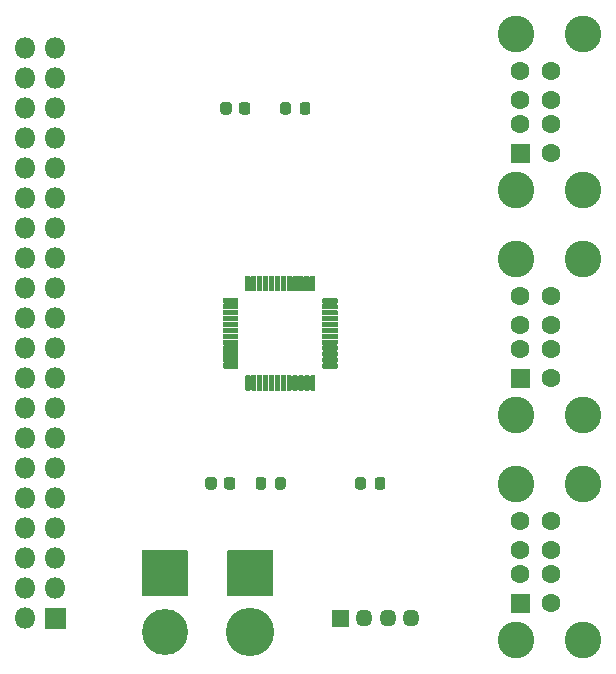
<source format=gts>
%TF.GenerationSoftware,KiCad,Pcbnew,5.1.9*%
%TF.CreationDate,2021-11-11T19:59:09-07:00*%
%TF.ProjectId,pirate-board,70697261-7465-42d6-926f-6172642e6b69,v1.1*%
%TF.SameCoordinates,Original*%
%TF.FileFunction,Soldermask,Top*%
%TF.FilePolarity,Negative*%
%FSLAX46Y46*%
G04 Gerber Fmt 4.6, Leading zero omitted, Abs format (unit mm)*
G04 Created by KiCad (PCBNEW 5.1.9) date 2021-11-11 19:59:09*
%MOMM*%
%LPD*%
G01*
G04 APERTURE LIST*
%ADD10C,1.601600*%
%ADD11C,3.101600*%
%ADD12C,3.901600*%
%ADD13C,4.101600*%
%ADD14O,1.451600X1.451600*%
%ADD15O,1.801600X1.801600*%
G04 APERTURE END LIST*
D10*
%TO.C,J6*%
X176610000Y-74280000D03*
X176610000Y-76780000D03*
X176610000Y-78780000D03*
X176610000Y-81280000D03*
D11*
X179320000Y-71210000D03*
X179320000Y-84350000D03*
D10*
X173990000Y-74280000D03*
X173990000Y-76780000D03*
X173990000Y-78780000D03*
G36*
G01*
X174740000Y-82080800D02*
X173240000Y-82080800D01*
G75*
G02*
X173189200Y-82030000I0J50800D01*
G01*
X173189200Y-80530000D01*
G75*
G02*
X173240000Y-80479200I50800J0D01*
G01*
X174740000Y-80479200D01*
G75*
G02*
X174790800Y-80530000I0J-50800D01*
G01*
X174790800Y-82030000D01*
G75*
G02*
X174740000Y-82080800I-50800J0D01*
G01*
G37*
D11*
X173640000Y-84350000D03*
X173640000Y-71210000D03*
%TD*%
%TO.C,R1*%
G36*
G01*
X160915800Y-108919600D02*
X160915800Y-109520400D01*
G75*
G02*
X160690400Y-109745800I-225400J0D01*
G01*
X160239600Y-109745800D01*
G75*
G02*
X160014200Y-109520400I0J225400D01*
G01*
X160014200Y-108919600D01*
G75*
G02*
X160239600Y-108694200I225400J0D01*
G01*
X160690400Y-108694200D01*
G75*
G02*
X160915800Y-108919600I0J-225400D01*
G01*
G37*
G36*
G01*
X162565800Y-108919600D02*
X162565800Y-109520400D01*
G75*
G02*
X162340400Y-109745800I-225400J0D01*
G01*
X161889600Y-109745800D01*
G75*
G02*
X161664200Y-109520400I0J225400D01*
G01*
X161664200Y-108919600D01*
G75*
G02*
X161889600Y-108694200I225400J0D01*
G01*
X162340400Y-108694200D01*
G75*
G02*
X162565800Y-108919600I0J-225400D01*
G01*
G37*
%TD*%
D12*
%TO.C,J3*%
X143880000Y-121840000D03*
G36*
G01*
X141980000Y-114889200D02*
X145780000Y-114889200D01*
G75*
G02*
X145830800Y-114940000I0J-50800D01*
G01*
X145830800Y-118740000D01*
G75*
G02*
X145780000Y-118790800I-50800J0D01*
G01*
X141980000Y-118790800D01*
G75*
G02*
X141929200Y-118740000I0J50800D01*
G01*
X141929200Y-114940000D01*
G75*
G02*
X141980000Y-114889200I50800J0D01*
G01*
G37*
%TD*%
D13*
%TO.C,J2*%
X151130000Y-121840000D03*
G36*
G01*
X149230000Y-114889200D02*
X153030000Y-114889200D01*
G75*
G02*
X153080800Y-114940000I0J-50800D01*
G01*
X153080800Y-118740000D01*
G75*
G02*
X153030000Y-118790800I-50800J0D01*
G01*
X149230000Y-118790800D01*
G75*
G02*
X149179200Y-118740000I0J50800D01*
G01*
X149179200Y-114940000D01*
G75*
G02*
X149230000Y-114889200I50800J0D01*
G01*
G37*
%TD*%
%TO.C,D1*%
G36*
G01*
X148290800Y-108938350D02*
X148290800Y-109501650D01*
G75*
G02*
X148046650Y-109745800I-244150J0D01*
G01*
X147558350Y-109745800D01*
G75*
G02*
X147314200Y-109501650I0J244150D01*
G01*
X147314200Y-108938350D01*
G75*
G02*
X147558350Y-108694200I244150J0D01*
G01*
X148046650Y-108694200D01*
G75*
G02*
X148290800Y-108938350I0J-244150D01*
G01*
G37*
G36*
G01*
X149865800Y-108938350D02*
X149865800Y-109501650D01*
G75*
G02*
X149621650Y-109745800I-244150J0D01*
G01*
X149133350Y-109745800D01*
G75*
G02*
X148889200Y-109501650I0J244150D01*
G01*
X148889200Y-108938350D01*
G75*
G02*
X149133350Y-108694200I244150J0D01*
G01*
X149621650Y-108694200D01*
G75*
G02*
X149865800Y-108938350I0J-244150D01*
G01*
G37*
%TD*%
%TO.C,D2*%
G36*
G01*
X151135800Y-77188350D02*
X151135800Y-77751650D01*
G75*
G02*
X150891650Y-77995800I-244150J0D01*
G01*
X150403350Y-77995800D01*
G75*
G02*
X150159200Y-77751650I0J244150D01*
G01*
X150159200Y-77188350D01*
G75*
G02*
X150403350Y-76944200I244150J0D01*
G01*
X150891650Y-76944200D01*
G75*
G02*
X151135800Y-77188350I0J-244150D01*
G01*
G37*
G36*
G01*
X149560800Y-77188350D02*
X149560800Y-77751650D01*
G75*
G02*
X149316650Y-77995800I-244150J0D01*
G01*
X148828350Y-77995800D01*
G75*
G02*
X148584200Y-77751650I0J244150D01*
G01*
X148584200Y-77188350D01*
G75*
G02*
X148828350Y-76944200I244150J0D01*
G01*
X149316650Y-76944200D01*
G75*
G02*
X149560800Y-77188350I0J-244150D01*
G01*
G37*
%TD*%
D10*
%TO.C,J1*%
X176610000Y-93330000D03*
X176610000Y-95830000D03*
X176610000Y-97830000D03*
X176610000Y-100330000D03*
D11*
X179320000Y-90260000D03*
X179320000Y-103400000D03*
D10*
X173990000Y-93330000D03*
X173990000Y-95830000D03*
X173990000Y-97830000D03*
G36*
G01*
X174740000Y-101130800D02*
X173240000Y-101130800D01*
G75*
G02*
X173189200Y-101080000I0J50800D01*
G01*
X173189200Y-99580000D01*
G75*
G02*
X173240000Y-99529200I50800J0D01*
G01*
X174740000Y-99529200D01*
G75*
G02*
X174790800Y-99580000I0J-50800D01*
G01*
X174790800Y-101080000D01*
G75*
G02*
X174740000Y-101130800I-50800J0D01*
G01*
G37*
D11*
X173640000Y-103400000D03*
X173640000Y-90260000D03*
%TD*%
%TO.C,J4*%
X173640000Y-109310000D03*
X173640000Y-122450000D03*
G36*
G01*
X174740000Y-120180800D02*
X173240000Y-120180800D01*
G75*
G02*
X173189200Y-120130000I0J50800D01*
G01*
X173189200Y-118630000D01*
G75*
G02*
X173240000Y-118579200I50800J0D01*
G01*
X174740000Y-118579200D01*
G75*
G02*
X174790800Y-118630000I0J-50800D01*
G01*
X174790800Y-120130000D01*
G75*
G02*
X174740000Y-120180800I-50800J0D01*
G01*
G37*
D10*
X173990000Y-116880000D03*
X173990000Y-114880000D03*
X173990000Y-112380000D03*
D11*
X179320000Y-122450000D03*
X179320000Y-109310000D03*
D10*
X176610000Y-119380000D03*
X176610000Y-116880000D03*
X176610000Y-114880000D03*
X176610000Y-112380000D03*
%TD*%
%TO.C,J5*%
G36*
G01*
X159425000Y-121375800D02*
X158075000Y-121375800D01*
G75*
G02*
X158024200Y-121325000I0J50800D01*
G01*
X158024200Y-119975000D01*
G75*
G02*
X158075000Y-119924200I50800J0D01*
G01*
X159425000Y-119924200D01*
G75*
G02*
X159475800Y-119975000I0J-50800D01*
G01*
X159475800Y-121325000D01*
G75*
G02*
X159425000Y-121375800I-50800J0D01*
G01*
G37*
D14*
X160750000Y-120650000D03*
X162750000Y-120650000D03*
X164750000Y-120650000D03*
%TD*%
%TO.C,J7*%
G36*
G01*
X135520800Y-119800000D02*
X135520800Y-121500000D01*
G75*
G02*
X135470000Y-121550800I-50800J0D01*
G01*
X133770000Y-121550800D01*
G75*
G02*
X133719200Y-121500000I0J50800D01*
G01*
X133719200Y-119800000D01*
G75*
G02*
X133770000Y-119749200I50800J0D01*
G01*
X135470000Y-119749200D01*
G75*
G02*
X135520800Y-119800000I0J-50800D01*
G01*
G37*
D15*
X132080000Y-120650000D03*
X134620000Y-118110000D03*
X132080000Y-118110000D03*
X134620000Y-115570000D03*
X132080000Y-115570000D03*
X134620000Y-113030000D03*
X132080000Y-113030000D03*
X134620000Y-110490000D03*
X132080000Y-110490000D03*
X134620000Y-107950000D03*
X132080000Y-107950000D03*
X134620000Y-105410000D03*
X132080000Y-105410000D03*
X134620000Y-102870000D03*
X132080000Y-102870000D03*
X134620000Y-100330000D03*
X132080000Y-100330000D03*
X134620000Y-97790000D03*
X132080000Y-97790000D03*
X134620000Y-95250000D03*
X132080000Y-95250000D03*
X134620000Y-92710000D03*
X132080000Y-92710000D03*
X134620000Y-90170000D03*
X132080000Y-90170000D03*
X134620000Y-87630000D03*
X132080000Y-87630000D03*
X134620000Y-85090000D03*
X132080000Y-85090000D03*
X134620000Y-82550000D03*
X132080000Y-82550000D03*
X134620000Y-80010000D03*
X132080000Y-80010000D03*
X134620000Y-77470000D03*
X132080000Y-77470000D03*
X134620000Y-74930000D03*
X132080000Y-74930000D03*
X134620000Y-72390000D03*
X132080000Y-72390000D03*
%TD*%
%TO.C,R2*%
G36*
G01*
X154120800Y-108919600D02*
X154120800Y-109520400D01*
G75*
G02*
X153895400Y-109745800I-225400J0D01*
G01*
X153444600Y-109745800D01*
G75*
G02*
X153219200Y-109520400I0J225400D01*
G01*
X153219200Y-108919600D01*
G75*
G02*
X153444600Y-108694200I225400J0D01*
G01*
X153895400Y-108694200D01*
G75*
G02*
X154120800Y-108919600I0J-225400D01*
G01*
G37*
G36*
G01*
X152470800Y-108919600D02*
X152470800Y-109520400D01*
G75*
G02*
X152245400Y-109745800I-225400J0D01*
G01*
X151794600Y-109745800D01*
G75*
G02*
X151569200Y-109520400I0J225400D01*
G01*
X151569200Y-108919600D01*
G75*
G02*
X151794600Y-108694200I225400J0D01*
G01*
X152245400Y-108694200D01*
G75*
G02*
X152470800Y-108919600I0J-225400D01*
G01*
G37*
%TD*%
%TO.C,R3*%
G36*
G01*
X155314200Y-77770400D02*
X155314200Y-77169600D01*
G75*
G02*
X155539600Y-76944200I225400J0D01*
G01*
X155990400Y-76944200D01*
G75*
G02*
X156215800Y-77169600I0J-225400D01*
G01*
X156215800Y-77770400D01*
G75*
G02*
X155990400Y-77995800I-225400J0D01*
G01*
X155539600Y-77995800D01*
G75*
G02*
X155314200Y-77770400I0J225400D01*
G01*
G37*
G36*
G01*
X153664200Y-77770400D02*
X153664200Y-77169600D01*
G75*
G02*
X153889600Y-76944200I225400J0D01*
G01*
X154340400Y-76944200D01*
G75*
G02*
X154565800Y-77169600I0J-225400D01*
G01*
X154565800Y-77770400D01*
G75*
G02*
X154340400Y-77995800I-225400J0D01*
G01*
X153889600Y-77995800D01*
G75*
G02*
X153664200Y-77770400I0J225400D01*
G01*
G37*
%TD*%
%TO.C,U1*%
G36*
G01*
X158520800Y-96095000D02*
X158520800Y-96445000D01*
G75*
G02*
X158470000Y-96495800I-50800J0D01*
G01*
X157270000Y-96495800D01*
G75*
G02*
X157219200Y-96445000I0J50800D01*
G01*
X157219200Y-96095000D01*
G75*
G02*
X157270000Y-96044200I50800J0D01*
G01*
X158470000Y-96044200D01*
G75*
G02*
X158520800Y-96095000I0J-50800D01*
G01*
G37*
G36*
G01*
X158520800Y-96595000D02*
X158520800Y-96945000D01*
G75*
G02*
X158470000Y-96995800I-50800J0D01*
G01*
X157270000Y-96995800D01*
G75*
G02*
X157219200Y-96945000I0J50800D01*
G01*
X157219200Y-96595000D01*
G75*
G02*
X157270000Y-96544200I50800J0D01*
G01*
X158470000Y-96544200D01*
G75*
G02*
X158520800Y-96595000I0J-50800D01*
G01*
G37*
G36*
G01*
X153645800Y-100120000D02*
X153645800Y-101320000D01*
G75*
G02*
X153595000Y-101370800I-50800J0D01*
G01*
X153245000Y-101370800D01*
G75*
G02*
X153194200Y-101320000I0J50800D01*
G01*
X153194200Y-100120000D01*
G75*
G02*
X153245000Y-100069200I50800J0D01*
G01*
X153595000Y-100069200D01*
G75*
G02*
X153645800Y-100120000I0J-50800D01*
G01*
G37*
G36*
G01*
X154145800Y-100120000D02*
X154145800Y-101320000D01*
G75*
G02*
X154095000Y-101370800I-50800J0D01*
G01*
X153745000Y-101370800D01*
G75*
G02*
X153694200Y-101320000I0J50800D01*
G01*
X153694200Y-100120000D01*
G75*
G02*
X153745000Y-100069200I50800J0D01*
G01*
X154095000Y-100069200D01*
G75*
G02*
X154145800Y-100120000I0J-50800D01*
G01*
G37*
G36*
G01*
X158520800Y-97095000D02*
X158520800Y-97445000D01*
G75*
G02*
X158470000Y-97495800I-50800J0D01*
G01*
X157270000Y-97495800D01*
G75*
G02*
X157219200Y-97445000I0J50800D01*
G01*
X157219200Y-97095000D01*
G75*
G02*
X157270000Y-97044200I50800J0D01*
G01*
X158470000Y-97044200D01*
G75*
G02*
X158520800Y-97095000I0J-50800D01*
G01*
G37*
G36*
G01*
X158520800Y-97595000D02*
X158520800Y-97945000D01*
G75*
G02*
X158470000Y-97995800I-50800J0D01*
G01*
X157270000Y-97995800D01*
G75*
G02*
X157219200Y-97945000I0J50800D01*
G01*
X157219200Y-97595000D01*
G75*
G02*
X157270000Y-97544200I50800J0D01*
G01*
X158470000Y-97544200D01*
G75*
G02*
X158520800Y-97595000I0J-50800D01*
G01*
G37*
G36*
G01*
X158520800Y-98095000D02*
X158520800Y-98445000D01*
G75*
G02*
X158470000Y-98495800I-50800J0D01*
G01*
X157270000Y-98495800D01*
G75*
G02*
X157219200Y-98445000I0J50800D01*
G01*
X157219200Y-98095000D01*
G75*
G02*
X157270000Y-98044200I50800J0D01*
G01*
X158470000Y-98044200D01*
G75*
G02*
X158520800Y-98095000I0J-50800D01*
G01*
G37*
G36*
G01*
X158520800Y-98595000D02*
X158520800Y-98945000D01*
G75*
G02*
X158470000Y-98995800I-50800J0D01*
G01*
X157270000Y-98995800D01*
G75*
G02*
X157219200Y-98945000I0J50800D01*
G01*
X157219200Y-98595000D01*
G75*
G02*
X157270000Y-98544200I50800J0D01*
G01*
X158470000Y-98544200D01*
G75*
G02*
X158520800Y-98595000I0J-50800D01*
G01*
G37*
G36*
G01*
X158520800Y-99095000D02*
X158520800Y-99445000D01*
G75*
G02*
X158470000Y-99495800I-50800J0D01*
G01*
X157270000Y-99495800D01*
G75*
G02*
X157219200Y-99445000I0J50800D01*
G01*
X157219200Y-99095000D01*
G75*
G02*
X157270000Y-99044200I50800J0D01*
G01*
X158470000Y-99044200D01*
G75*
G02*
X158520800Y-99095000I0J-50800D01*
G01*
G37*
G36*
G01*
X154645800Y-100120000D02*
X154645800Y-101320000D01*
G75*
G02*
X154595000Y-101370800I-50800J0D01*
G01*
X154245000Y-101370800D01*
G75*
G02*
X154194200Y-101320000I0J50800D01*
G01*
X154194200Y-100120000D01*
G75*
G02*
X154245000Y-100069200I50800J0D01*
G01*
X154595000Y-100069200D01*
G75*
G02*
X154645800Y-100120000I0J-50800D01*
G01*
G37*
G36*
G01*
X155145800Y-100120000D02*
X155145800Y-101320000D01*
G75*
G02*
X155095000Y-101370800I-50800J0D01*
G01*
X154745000Y-101370800D01*
G75*
G02*
X154694200Y-101320000I0J50800D01*
G01*
X154694200Y-100120000D01*
G75*
G02*
X154745000Y-100069200I50800J0D01*
G01*
X155095000Y-100069200D01*
G75*
G02*
X155145800Y-100120000I0J-50800D01*
G01*
G37*
G36*
G01*
X155645800Y-100120000D02*
X155645800Y-101320000D01*
G75*
G02*
X155595000Y-101370800I-50800J0D01*
G01*
X155245000Y-101370800D01*
G75*
G02*
X155194200Y-101320000I0J50800D01*
G01*
X155194200Y-100120000D01*
G75*
G02*
X155245000Y-100069200I50800J0D01*
G01*
X155595000Y-100069200D01*
G75*
G02*
X155645800Y-100120000I0J-50800D01*
G01*
G37*
G36*
G01*
X156145800Y-100120000D02*
X156145800Y-101320000D01*
G75*
G02*
X156095000Y-101370800I-50800J0D01*
G01*
X155745000Y-101370800D01*
G75*
G02*
X155694200Y-101320000I0J50800D01*
G01*
X155694200Y-100120000D01*
G75*
G02*
X155745000Y-100069200I50800J0D01*
G01*
X156095000Y-100069200D01*
G75*
G02*
X156145800Y-100120000I0J-50800D01*
G01*
G37*
G36*
G01*
X156645800Y-100120000D02*
X156645800Y-101320000D01*
G75*
G02*
X156595000Y-101370800I-50800J0D01*
G01*
X156245000Y-101370800D01*
G75*
G02*
X156194200Y-101320000I0J50800D01*
G01*
X156194200Y-100120000D01*
G75*
G02*
X156245000Y-100069200I50800J0D01*
G01*
X156595000Y-100069200D01*
G75*
G02*
X156645800Y-100120000I0J-50800D01*
G01*
G37*
G36*
G01*
X158520800Y-95595000D02*
X158520800Y-95945000D01*
G75*
G02*
X158470000Y-95995800I-50800J0D01*
G01*
X157270000Y-95995800D01*
G75*
G02*
X157219200Y-95945000I0J50800D01*
G01*
X157219200Y-95595000D01*
G75*
G02*
X157270000Y-95544200I50800J0D01*
G01*
X158470000Y-95544200D01*
G75*
G02*
X158520800Y-95595000I0J-50800D01*
G01*
G37*
G36*
G01*
X158520800Y-95095000D02*
X158520800Y-95445000D01*
G75*
G02*
X158470000Y-95495800I-50800J0D01*
G01*
X157270000Y-95495800D01*
G75*
G02*
X157219200Y-95445000I0J50800D01*
G01*
X157219200Y-95095000D01*
G75*
G02*
X157270000Y-95044200I50800J0D01*
G01*
X158470000Y-95044200D01*
G75*
G02*
X158520800Y-95095000I0J-50800D01*
G01*
G37*
G36*
G01*
X158520800Y-94595000D02*
X158520800Y-94945000D01*
G75*
G02*
X158470000Y-94995800I-50800J0D01*
G01*
X157270000Y-94995800D01*
G75*
G02*
X157219200Y-94945000I0J50800D01*
G01*
X157219200Y-94595000D01*
G75*
G02*
X157270000Y-94544200I50800J0D01*
G01*
X158470000Y-94544200D01*
G75*
G02*
X158520800Y-94595000I0J-50800D01*
G01*
G37*
G36*
G01*
X158520800Y-94095000D02*
X158520800Y-94445000D01*
G75*
G02*
X158470000Y-94495800I-50800J0D01*
G01*
X157270000Y-94495800D01*
G75*
G02*
X157219200Y-94445000I0J50800D01*
G01*
X157219200Y-94095000D01*
G75*
G02*
X157270000Y-94044200I50800J0D01*
G01*
X158470000Y-94044200D01*
G75*
G02*
X158520800Y-94095000I0J-50800D01*
G01*
G37*
G36*
G01*
X158520800Y-93595000D02*
X158520800Y-93945000D01*
G75*
G02*
X158470000Y-93995800I-50800J0D01*
G01*
X157270000Y-93995800D01*
G75*
G02*
X157219200Y-93945000I0J50800D01*
G01*
X157219200Y-93595000D01*
G75*
G02*
X157270000Y-93544200I50800J0D01*
G01*
X158470000Y-93544200D01*
G75*
G02*
X158520800Y-93595000I0J-50800D01*
G01*
G37*
G36*
G01*
X153145800Y-100120000D02*
X153145800Y-101320000D01*
G75*
G02*
X153095000Y-101370800I-50800J0D01*
G01*
X152745000Y-101370800D01*
G75*
G02*
X152694200Y-101320000I0J50800D01*
G01*
X152694200Y-100120000D01*
G75*
G02*
X152745000Y-100069200I50800J0D01*
G01*
X153095000Y-100069200D01*
G75*
G02*
X153145800Y-100120000I0J-50800D01*
G01*
G37*
G36*
G01*
X152645800Y-100120000D02*
X152645800Y-101320000D01*
G75*
G02*
X152595000Y-101370800I-50800J0D01*
G01*
X152245000Y-101370800D01*
G75*
G02*
X152194200Y-101320000I0J50800D01*
G01*
X152194200Y-100120000D01*
G75*
G02*
X152245000Y-100069200I50800J0D01*
G01*
X152595000Y-100069200D01*
G75*
G02*
X152645800Y-100120000I0J-50800D01*
G01*
G37*
G36*
G01*
X152145800Y-100120000D02*
X152145800Y-101320000D01*
G75*
G02*
X152095000Y-101370800I-50800J0D01*
G01*
X151745000Y-101370800D01*
G75*
G02*
X151694200Y-101320000I0J50800D01*
G01*
X151694200Y-100120000D01*
G75*
G02*
X151745000Y-100069200I50800J0D01*
G01*
X152095000Y-100069200D01*
G75*
G02*
X152145800Y-100120000I0J-50800D01*
G01*
G37*
G36*
G01*
X151645800Y-100120000D02*
X151645800Y-101320000D01*
G75*
G02*
X151595000Y-101370800I-50800J0D01*
G01*
X151245000Y-101370800D01*
G75*
G02*
X151194200Y-101320000I0J50800D01*
G01*
X151194200Y-100120000D01*
G75*
G02*
X151245000Y-100069200I50800J0D01*
G01*
X151595000Y-100069200D01*
G75*
G02*
X151645800Y-100120000I0J-50800D01*
G01*
G37*
G36*
G01*
X151145800Y-100120000D02*
X151145800Y-101320000D01*
G75*
G02*
X151095000Y-101370800I-50800J0D01*
G01*
X150745000Y-101370800D01*
G75*
G02*
X150694200Y-101320000I0J50800D01*
G01*
X150694200Y-100120000D01*
G75*
G02*
X150745000Y-100069200I50800J0D01*
G01*
X151095000Y-100069200D01*
G75*
G02*
X151145800Y-100120000I0J-50800D01*
G01*
G37*
G36*
G01*
X156645800Y-91720000D02*
X156645800Y-92920000D01*
G75*
G02*
X156595000Y-92970800I-50800J0D01*
G01*
X156245000Y-92970800D01*
G75*
G02*
X156194200Y-92920000I0J50800D01*
G01*
X156194200Y-91720000D01*
G75*
G02*
X156245000Y-91669200I50800J0D01*
G01*
X156595000Y-91669200D01*
G75*
G02*
X156645800Y-91720000I0J-50800D01*
G01*
G37*
G36*
G01*
X156145800Y-91720000D02*
X156145800Y-92920000D01*
G75*
G02*
X156095000Y-92970800I-50800J0D01*
G01*
X155745000Y-92970800D01*
G75*
G02*
X155694200Y-92920000I0J50800D01*
G01*
X155694200Y-91720000D01*
G75*
G02*
X155745000Y-91669200I50800J0D01*
G01*
X156095000Y-91669200D01*
G75*
G02*
X156145800Y-91720000I0J-50800D01*
G01*
G37*
G36*
G01*
X155645800Y-91720000D02*
X155645800Y-92920000D01*
G75*
G02*
X155595000Y-92970800I-50800J0D01*
G01*
X155245000Y-92970800D01*
G75*
G02*
X155194200Y-92920000I0J50800D01*
G01*
X155194200Y-91720000D01*
G75*
G02*
X155245000Y-91669200I50800J0D01*
G01*
X155595000Y-91669200D01*
G75*
G02*
X155645800Y-91720000I0J-50800D01*
G01*
G37*
G36*
G01*
X155145800Y-91720000D02*
X155145800Y-92920000D01*
G75*
G02*
X155095000Y-92970800I-50800J0D01*
G01*
X154745000Y-92970800D01*
G75*
G02*
X154694200Y-92920000I0J50800D01*
G01*
X154694200Y-91720000D01*
G75*
G02*
X154745000Y-91669200I50800J0D01*
G01*
X155095000Y-91669200D01*
G75*
G02*
X155145800Y-91720000I0J-50800D01*
G01*
G37*
G36*
G01*
X154645800Y-91720000D02*
X154645800Y-92920000D01*
G75*
G02*
X154595000Y-92970800I-50800J0D01*
G01*
X154245000Y-92970800D01*
G75*
G02*
X154194200Y-92920000I0J50800D01*
G01*
X154194200Y-91720000D01*
G75*
G02*
X154245000Y-91669200I50800J0D01*
G01*
X154595000Y-91669200D01*
G75*
G02*
X154645800Y-91720000I0J-50800D01*
G01*
G37*
G36*
G01*
X154145800Y-91720000D02*
X154145800Y-92920000D01*
G75*
G02*
X154095000Y-92970800I-50800J0D01*
G01*
X153745000Y-92970800D01*
G75*
G02*
X153694200Y-92920000I0J50800D01*
G01*
X153694200Y-91720000D01*
G75*
G02*
X153745000Y-91669200I50800J0D01*
G01*
X154095000Y-91669200D01*
G75*
G02*
X154145800Y-91720000I0J-50800D01*
G01*
G37*
G36*
G01*
X153645800Y-91720000D02*
X153645800Y-92920000D01*
G75*
G02*
X153595000Y-92970800I-50800J0D01*
G01*
X153245000Y-92970800D01*
G75*
G02*
X153194200Y-92920000I0J50800D01*
G01*
X153194200Y-91720000D01*
G75*
G02*
X153245000Y-91669200I50800J0D01*
G01*
X153595000Y-91669200D01*
G75*
G02*
X153645800Y-91720000I0J-50800D01*
G01*
G37*
G36*
G01*
X153145800Y-91720000D02*
X153145800Y-92920000D01*
G75*
G02*
X153095000Y-92970800I-50800J0D01*
G01*
X152745000Y-92970800D01*
G75*
G02*
X152694200Y-92920000I0J50800D01*
G01*
X152694200Y-91720000D01*
G75*
G02*
X152745000Y-91669200I50800J0D01*
G01*
X153095000Y-91669200D01*
G75*
G02*
X153145800Y-91720000I0J-50800D01*
G01*
G37*
G36*
G01*
X152645800Y-91720000D02*
X152645800Y-92920000D01*
G75*
G02*
X152595000Y-92970800I-50800J0D01*
G01*
X152245000Y-92970800D01*
G75*
G02*
X152194200Y-92920000I0J50800D01*
G01*
X152194200Y-91720000D01*
G75*
G02*
X152245000Y-91669200I50800J0D01*
G01*
X152595000Y-91669200D01*
G75*
G02*
X152645800Y-91720000I0J-50800D01*
G01*
G37*
G36*
G01*
X152145800Y-91720000D02*
X152145800Y-92920000D01*
G75*
G02*
X152095000Y-92970800I-50800J0D01*
G01*
X151745000Y-92970800D01*
G75*
G02*
X151694200Y-92920000I0J50800D01*
G01*
X151694200Y-91720000D01*
G75*
G02*
X151745000Y-91669200I50800J0D01*
G01*
X152095000Y-91669200D01*
G75*
G02*
X152145800Y-91720000I0J-50800D01*
G01*
G37*
G36*
G01*
X151645800Y-91720000D02*
X151645800Y-92920000D01*
G75*
G02*
X151595000Y-92970800I-50800J0D01*
G01*
X151245000Y-92970800D01*
G75*
G02*
X151194200Y-92920000I0J50800D01*
G01*
X151194200Y-91720000D01*
G75*
G02*
X151245000Y-91669200I50800J0D01*
G01*
X151595000Y-91669200D01*
G75*
G02*
X151645800Y-91720000I0J-50800D01*
G01*
G37*
G36*
G01*
X151145800Y-91720000D02*
X151145800Y-92920000D01*
G75*
G02*
X151095000Y-92970800I-50800J0D01*
G01*
X150745000Y-92970800D01*
G75*
G02*
X150694200Y-92920000I0J50800D01*
G01*
X150694200Y-91720000D01*
G75*
G02*
X150745000Y-91669200I50800J0D01*
G01*
X151095000Y-91669200D01*
G75*
G02*
X151145800Y-91720000I0J-50800D01*
G01*
G37*
G36*
G01*
X150120800Y-93595000D02*
X150120800Y-93945000D01*
G75*
G02*
X150070000Y-93995800I-50800J0D01*
G01*
X148870000Y-93995800D01*
G75*
G02*
X148819200Y-93945000I0J50800D01*
G01*
X148819200Y-93595000D01*
G75*
G02*
X148870000Y-93544200I50800J0D01*
G01*
X150070000Y-93544200D01*
G75*
G02*
X150120800Y-93595000I0J-50800D01*
G01*
G37*
G36*
G01*
X150120800Y-94095000D02*
X150120800Y-94445000D01*
G75*
G02*
X150070000Y-94495800I-50800J0D01*
G01*
X148870000Y-94495800D01*
G75*
G02*
X148819200Y-94445000I0J50800D01*
G01*
X148819200Y-94095000D01*
G75*
G02*
X148870000Y-94044200I50800J0D01*
G01*
X150070000Y-94044200D01*
G75*
G02*
X150120800Y-94095000I0J-50800D01*
G01*
G37*
G36*
G01*
X150120800Y-94595000D02*
X150120800Y-94945000D01*
G75*
G02*
X150070000Y-94995800I-50800J0D01*
G01*
X148870000Y-94995800D01*
G75*
G02*
X148819200Y-94945000I0J50800D01*
G01*
X148819200Y-94595000D01*
G75*
G02*
X148870000Y-94544200I50800J0D01*
G01*
X150070000Y-94544200D01*
G75*
G02*
X150120800Y-94595000I0J-50800D01*
G01*
G37*
G36*
G01*
X150120800Y-95095000D02*
X150120800Y-95445000D01*
G75*
G02*
X150070000Y-95495800I-50800J0D01*
G01*
X148870000Y-95495800D01*
G75*
G02*
X148819200Y-95445000I0J50800D01*
G01*
X148819200Y-95095000D01*
G75*
G02*
X148870000Y-95044200I50800J0D01*
G01*
X150070000Y-95044200D01*
G75*
G02*
X150120800Y-95095000I0J-50800D01*
G01*
G37*
G36*
G01*
X150120800Y-95595000D02*
X150120800Y-95945000D01*
G75*
G02*
X150070000Y-95995800I-50800J0D01*
G01*
X148870000Y-95995800D01*
G75*
G02*
X148819200Y-95945000I0J50800D01*
G01*
X148819200Y-95595000D01*
G75*
G02*
X148870000Y-95544200I50800J0D01*
G01*
X150070000Y-95544200D01*
G75*
G02*
X150120800Y-95595000I0J-50800D01*
G01*
G37*
G36*
G01*
X150120800Y-96095000D02*
X150120800Y-96445000D01*
G75*
G02*
X150070000Y-96495800I-50800J0D01*
G01*
X148870000Y-96495800D01*
G75*
G02*
X148819200Y-96445000I0J50800D01*
G01*
X148819200Y-96095000D01*
G75*
G02*
X148870000Y-96044200I50800J0D01*
G01*
X150070000Y-96044200D01*
G75*
G02*
X150120800Y-96095000I0J-50800D01*
G01*
G37*
G36*
G01*
X150120800Y-96595000D02*
X150120800Y-96945000D01*
G75*
G02*
X150070000Y-96995800I-50800J0D01*
G01*
X148870000Y-96995800D01*
G75*
G02*
X148819200Y-96945000I0J50800D01*
G01*
X148819200Y-96595000D01*
G75*
G02*
X148870000Y-96544200I50800J0D01*
G01*
X150070000Y-96544200D01*
G75*
G02*
X150120800Y-96595000I0J-50800D01*
G01*
G37*
G36*
G01*
X150120800Y-97095000D02*
X150120800Y-97445000D01*
G75*
G02*
X150070000Y-97495800I-50800J0D01*
G01*
X148870000Y-97495800D01*
G75*
G02*
X148819200Y-97445000I0J50800D01*
G01*
X148819200Y-97095000D01*
G75*
G02*
X148870000Y-97044200I50800J0D01*
G01*
X150070000Y-97044200D01*
G75*
G02*
X150120800Y-97095000I0J-50800D01*
G01*
G37*
G36*
G01*
X150120800Y-97595000D02*
X150120800Y-97945000D01*
G75*
G02*
X150070000Y-97995800I-50800J0D01*
G01*
X148870000Y-97995800D01*
G75*
G02*
X148819200Y-97945000I0J50800D01*
G01*
X148819200Y-97595000D01*
G75*
G02*
X148870000Y-97544200I50800J0D01*
G01*
X150070000Y-97544200D01*
G75*
G02*
X150120800Y-97595000I0J-50800D01*
G01*
G37*
G36*
G01*
X150120800Y-98095000D02*
X150120800Y-98445000D01*
G75*
G02*
X150070000Y-98495800I-50800J0D01*
G01*
X148870000Y-98495800D01*
G75*
G02*
X148819200Y-98445000I0J50800D01*
G01*
X148819200Y-98095000D01*
G75*
G02*
X148870000Y-98044200I50800J0D01*
G01*
X150070000Y-98044200D01*
G75*
G02*
X150120800Y-98095000I0J-50800D01*
G01*
G37*
G36*
G01*
X150120800Y-98595000D02*
X150120800Y-98945000D01*
G75*
G02*
X150070000Y-98995800I-50800J0D01*
G01*
X148870000Y-98995800D01*
G75*
G02*
X148819200Y-98945000I0J50800D01*
G01*
X148819200Y-98595000D01*
G75*
G02*
X148870000Y-98544200I50800J0D01*
G01*
X150070000Y-98544200D01*
G75*
G02*
X150120800Y-98595000I0J-50800D01*
G01*
G37*
G36*
G01*
X150120800Y-99095000D02*
X150120800Y-99445000D01*
G75*
G02*
X150070000Y-99495800I-50800J0D01*
G01*
X148870000Y-99495800D01*
G75*
G02*
X148819200Y-99445000I0J50800D01*
G01*
X148819200Y-99095000D01*
G75*
G02*
X148870000Y-99044200I50800J0D01*
G01*
X150070000Y-99044200D01*
G75*
G02*
X150120800Y-99095000I0J-50800D01*
G01*
G37*
%TD*%
M02*

</source>
